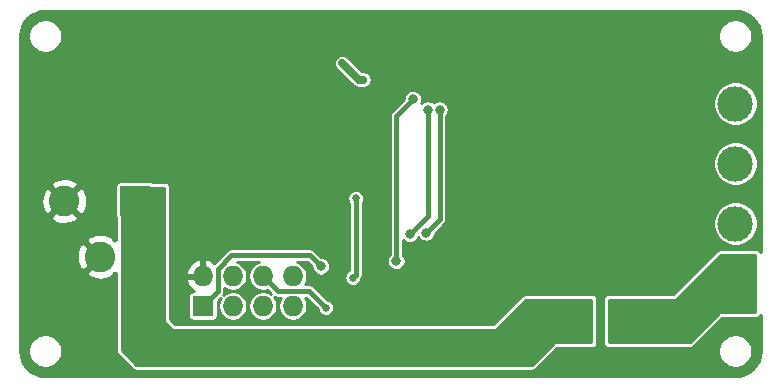
<source format=gbr>
%TF.GenerationSoftware,KiCad,Pcbnew,(5.1.6)-1*%
%TF.CreationDate,2020-10-21T10:45:23-05:00*%
%TF.ProjectId,esp-rgb-controller,6573702d-7267-4622-9d63-6f6e74726f6c,rev?*%
%TF.SameCoordinates,Original*%
%TF.FileFunction,Copper,L2,Bot*%
%TF.FilePolarity,Positive*%
%FSLAX46Y46*%
G04 Gerber Fmt 4.6, Leading zero omitted, Abs format (unit mm)*
G04 Created by KiCad (PCBNEW (5.1.6)-1) date 2020-10-21 10:45:23*
%MOMM*%
%LPD*%
G01*
G04 APERTURE LIST*
%TA.AperFunction,ComponentPad*%
%ADD10C,3.000000*%
%TD*%
%TA.AperFunction,ComponentPad*%
%ADD11R,3.000000X3.000000*%
%TD*%
%TA.AperFunction,ComponentPad*%
%ADD12R,2.600000X2.600000*%
%TD*%
%TA.AperFunction,ComponentPad*%
%ADD13C,2.600000*%
%TD*%
%TA.AperFunction,ComponentPad*%
%ADD14R,1.727200X1.727200*%
%TD*%
%TA.AperFunction,ComponentPad*%
%ADD15O,1.727200X1.727200*%
%TD*%
%TA.AperFunction,ViaPad*%
%ADD16C,0.650000*%
%TD*%
%TA.AperFunction,ViaPad*%
%ADD17C,0.800000*%
%TD*%
%TA.AperFunction,Conductor*%
%ADD18C,0.635000*%
%TD*%
%TA.AperFunction,Conductor*%
%ADD19C,0.381000*%
%TD*%
%TA.AperFunction,Conductor*%
%ADD20C,0.254000*%
%TD*%
G04 APERTURE END LIST*
D10*
%TO.P,J6,2*%
%TO.N,/G*%
X187325000Y-108585000D03*
%TO.P,J6,3*%
%TO.N,/R*%
X187325000Y-103505000D03*
D11*
%TO.P,J6,1*%
%TO.N,+12V*%
X187325000Y-113665000D03*
D10*
%TO.P,J6,4*%
%TO.N,/B*%
X187325000Y-98425000D03*
%TD*%
%TO.P,F1,1*%
%TO.N,Net-(F1-Pad1)*%
%TA.AperFunction,SMDPad,CuDef*%
G36*
G01*
X173695000Y-117465000D02*
X173695000Y-116215000D01*
G75*
G02*
X173945000Y-115965000I250000J0D01*
G01*
X174870000Y-115965000D01*
G75*
G02*
X175120000Y-116215000I0J-250000D01*
G01*
X175120000Y-117465000D01*
G75*
G02*
X174870000Y-117715000I-250000J0D01*
G01*
X173945000Y-117715000D01*
G75*
G02*
X173695000Y-117465000I0J250000D01*
G01*
G37*
%TD.AperFunction*%
%TO.P,F1,2*%
%TO.N,+12V*%
%TA.AperFunction,SMDPad,CuDef*%
G36*
G01*
X176670000Y-117465000D02*
X176670000Y-116215000D01*
G75*
G02*
X176920000Y-115965000I250000J0D01*
G01*
X177845000Y-115965000D01*
G75*
G02*
X178095000Y-116215000I0J-250000D01*
G01*
X178095000Y-117465000D01*
G75*
G02*
X177845000Y-117715000I-250000J0D01*
G01*
X176920000Y-117715000D01*
G75*
G02*
X176670000Y-117465000I0J250000D01*
G01*
G37*
%TD.AperFunction*%
%TD*%
D12*
%TO.P,J1,1*%
%TO.N,Net-(F1-Pad1)*%
X136525000Y-106680000D03*
D13*
%TO.P,J1,2*%
%TO.N,GND*%
X130525000Y-106680000D03*
%TO.P,J1,3*%
X133525000Y-111380000D03*
%TD*%
D14*
%TO.P,U3,1*%
%TO.N,ESP_TX*%
X142240000Y-115570000D03*
D15*
%TO.P,U3,2*%
%TO.N,GND*%
X142240000Y-113030000D03*
%TO.P,U3,3*%
%TO.N,+3V3*%
X144780000Y-115570000D03*
%TO.P,U3,4*%
%TO.N,Net-(U3-Pad4)*%
X144780000Y-113030000D03*
%TO.P,U3,5*%
%TO.N,~RST*%
X147320000Y-115570000D03*
%TO.P,U3,6*%
%TO.N,Net-(R6-Pad1)*%
X147320000Y-113030000D03*
%TO.P,U3,7*%
%TO.N,+3V3*%
X149860000Y-115570000D03*
%TO.P,U3,8*%
%TO.N,ESP_RX*%
X149860000Y-113030000D03*
%TD*%
D16*
%TO.N,GND*%
X163449000Y-101473000D03*
X164465000Y-100457000D03*
X163449000Y-99441000D03*
X163449000Y-100457000D03*
X163957000Y-105537000D03*
X163195000Y-106299000D03*
X166370000Y-103124000D03*
X167132000Y-102362000D03*
%TO.N,+3V3*%
X155829000Y-96393000D03*
X154051000Y-94996000D03*
D17*
%TO.N,MISO*%
X159766000Y-109474000D03*
X161290000Y-98933000D03*
%TO.N,SCK*%
X160020000Y-98044000D03*
X158623000Y-111760000D03*
%TO.N,MOSI*%
X162290003Y-98933000D03*
X161163000Y-109347000D03*
D16*
%TO.N,~RST*%
X155194000Y-106426000D03*
X154940000Y-113157000D03*
D17*
%TO.N,ESP_TX*%
X152236282Y-112202782D03*
D16*
%TO.N,Net-(R6-Pad1)*%
X152654000Y-115697000D03*
%TD*%
D18*
%TO.N,+3V3*%
X155829000Y-96393000D02*
X155448000Y-96393000D01*
X155448000Y-96393000D02*
X154051000Y-94996000D01*
D19*
%TO.N,MISO*%
X159766000Y-109474000D02*
X161290000Y-107950000D01*
X161290000Y-107950000D02*
X161290000Y-98933000D01*
%TO.N,SCK*%
X160020000Y-98044000D02*
X158623000Y-99441000D01*
X158623000Y-99441000D02*
X158623000Y-111760000D01*
%TO.N,MOSI*%
X162290003Y-98933000D02*
X162290003Y-108219997D01*
X162290003Y-108219997D02*
X161163000Y-109347000D01*
%TO.N,~RST*%
X155194000Y-106426000D02*
X155194000Y-112903000D01*
X155194000Y-112903000D02*
X154940000Y-113157000D01*
%TO.N,ESP_TX*%
X152236282Y-112202782D02*
X151285500Y-111252000D01*
X143494101Y-114315899D02*
X142240000Y-115570000D01*
X144670132Y-111252000D02*
X143494101Y-112428031D01*
X143494101Y-112428031D02*
X143494101Y-114315899D01*
X151285500Y-111252000D02*
X144670132Y-111252000D01*
%TO.N,Net-(R6-Pad1)*%
X148574101Y-114284101D02*
X147320000Y-113030000D01*
X151241101Y-114284101D02*
X148574101Y-114284101D01*
X152654000Y-115697000D02*
X151241101Y-114284101D01*
%TD*%
D20*
%TO.N,GND*%
G36*
X187739115Y-90618551D02*
G01*
X188137462Y-90738819D01*
X188504864Y-90934170D01*
X188827317Y-91197157D01*
X189092553Y-91517773D01*
X189290460Y-91883795D01*
X189413506Y-92281291D01*
X189459001Y-92714146D01*
X189459000Y-110992392D01*
X189454998Y-110979198D01*
X189419790Y-110913328D01*
X189372408Y-110855592D01*
X189314672Y-110808210D01*
X189248802Y-110773002D01*
X189177329Y-110751321D01*
X189103000Y-110744000D01*
X186055000Y-110744000D01*
X185980671Y-110751321D01*
X185909198Y-110773002D01*
X185843328Y-110808210D01*
X185785592Y-110855592D01*
X182087184Y-114554000D01*
X176530000Y-114554000D01*
X176455671Y-114561321D01*
X176384198Y-114583002D01*
X176318328Y-114618210D01*
X176260592Y-114665592D01*
X176213210Y-114723328D01*
X176178002Y-114789198D01*
X176156321Y-114860671D01*
X176149000Y-114935000D01*
X176149000Y-118745000D01*
X176156321Y-118819329D01*
X176178002Y-118890802D01*
X176213210Y-118956672D01*
X176260592Y-119014408D01*
X176318328Y-119061790D01*
X176384198Y-119096998D01*
X176455671Y-119118679D01*
X176530000Y-119126000D01*
X183515000Y-119126000D01*
X183589329Y-119118679D01*
X183660802Y-119096998D01*
X183726672Y-119061790D01*
X183784408Y-119014408D01*
X186212816Y-116586000D01*
X189103000Y-116586000D01*
X189177329Y-116578679D01*
X189248802Y-116556998D01*
X189314672Y-116521790D01*
X189372408Y-116474408D01*
X189419790Y-116416672D01*
X189454998Y-116350802D01*
X189459000Y-116337609D01*
X189459000Y-119360146D01*
X189416449Y-119794115D01*
X189296181Y-120192464D01*
X189100831Y-120559862D01*
X188837845Y-120882315D01*
X188517226Y-121147554D01*
X188151204Y-121345461D01*
X187753708Y-121468506D01*
X187320863Y-121514000D01*
X128924854Y-121514000D01*
X128490885Y-121471449D01*
X128092536Y-121351181D01*
X127725138Y-121155831D01*
X127402685Y-120892845D01*
X127137446Y-120572226D01*
X126939539Y-120206204D01*
X126816494Y-119808708D01*
X126771000Y-119375863D01*
X126771000Y-119239059D01*
X127474000Y-119239059D01*
X127474000Y-119520941D01*
X127528993Y-119797407D01*
X127636864Y-120057833D01*
X127793470Y-120292209D01*
X127992791Y-120491530D01*
X128227167Y-120648136D01*
X128487593Y-120756007D01*
X128764059Y-120811000D01*
X129045941Y-120811000D01*
X129322407Y-120756007D01*
X129582833Y-120648136D01*
X129817209Y-120491530D01*
X130016530Y-120292209D01*
X130173136Y-120057833D01*
X130281007Y-119797407D01*
X130336000Y-119520941D01*
X130336000Y-119239059D01*
X130281007Y-118962593D01*
X130173136Y-118702167D01*
X130016530Y-118467791D01*
X129817209Y-118268470D01*
X129582833Y-118111864D01*
X129322407Y-118003993D01*
X129045941Y-117949000D01*
X128764059Y-117949000D01*
X128487593Y-118003993D01*
X128227167Y-118111864D01*
X127992791Y-118268470D01*
X127793470Y-118467791D01*
X127636864Y-118702167D01*
X127528993Y-118962593D01*
X127474000Y-119239059D01*
X126771000Y-119239059D01*
X126771000Y-111430729D01*
X131581299Y-111430729D01*
X131628543Y-111808951D01*
X131748667Y-112170690D01*
X131880688Y-112417683D01*
X132175776Y-112549619D01*
X133345395Y-111380000D01*
X132175776Y-110210381D01*
X131880688Y-110342317D01*
X131709841Y-110683045D01*
X131608750Y-111050557D01*
X131581299Y-111430729D01*
X126771000Y-111430729D01*
X126771000Y-110030776D01*
X132355381Y-110030776D01*
X133525000Y-111200395D01*
X133539143Y-111186253D01*
X133718748Y-111365858D01*
X133704605Y-111380000D01*
X133718748Y-111394143D01*
X133539143Y-111573748D01*
X133525000Y-111559605D01*
X132355381Y-112729224D01*
X132487317Y-113024312D01*
X132828045Y-113195159D01*
X133195557Y-113296250D01*
X133575729Y-113323701D01*
X133953951Y-113276457D01*
X134315690Y-113156333D01*
X134562683Y-113024312D01*
X134694618Y-112729226D01*
X134809633Y-112844241D01*
X134874000Y-112779874D01*
X134874000Y-119380000D01*
X134881321Y-119454329D01*
X134903002Y-119525802D01*
X134938210Y-119591672D01*
X134985592Y-119649408D01*
X136255592Y-120919408D01*
X136313328Y-120966790D01*
X136379198Y-121001998D01*
X136450671Y-121023679D01*
X136525000Y-121031000D01*
X170180000Y-121031000D01*
X170254329Y-121023679D01*
X170325802Y-121001998D01*
X170391672Y-120966790D01*
X170449408Y-120919408D01*
X172129757Y-119239059D01*
X185894000Y-119239059D01*
X185894000Y-119520941D01*
X185948993Y-119797407D01*
X186056864Y-120057833D01*
X186213470Y-120292209D01*
X186412791Y-120491530D01*
X186647167Y-120648136D01*
X186907593Y-120756007D01*
X187184059Y-120811000D01*
X187465941Y-120811000D01*
X187742407Y-120756007D01*
X188002833Y-120648136D01*
X188237209Y-120491530D01*
X188436530Y-120292209D01*
X188593136Y-120057833D01*
X188701007Y-119797407D01*
X188756000Y-119520941D01*
X188756000Y-119239059D01*
X188701007Y-118962593D01*
X188593136Y-118702167D01*
X188436530Y-118467791D01*
X188237209Y-118268470D01*
X188002833Y-118111864D01*
X187742407Y-118003993D01*
X187465941Y-117949000D01*
X187184059Y-117949000D01*
X186907593Y-118003993D01*
X186647167Y-118111864D01*
X186412791Y-118268470D01*
X186213470Y-118467791D01*
X186056864Y-118702167D01*
X185948993Y-118962593D01*
X185894000Y-119239059D01*
X172129757Y-119239059D01*
X172242816Y-119126000D01*
X175260000Y-119126000D01*
X175334329Y-119118679D01*
X175405802Y-119096998D01*
X175471672Y-119061790D01*
X175529408Y-119014408D01*
X175576790Y-118956672D01*
X175611998Y-118890802D01*
X175633679Y-118819329D01*
X175641000Y-118745000D01*
X175641000Y-114935000D01*
X175633679Y-114860671D01*
X175611998Y-114789198D01*
X175576790Y-114723328D01*
X175529408Y-114665592D01*
X175471672Y-114618210D01*
X175405802Y-114583002D01*
X175334329Y-114561321D01*
X175260000Y-114554000D01*
X169545000Y-114554000D01*
X169470671Y-114561321D01*
X169399198Y-114583002D01*
X169333328Y-114618210D01*
X169275592Y-114665592D01*
X166847184Y-117094000D01*
X139857816Y-117094000D01*
X139446000Y-116682184D01*
X139446000Y-113389027D01*
X140785037Y-113389027D01*
X140883036Y-113665978D01*
X141033183Y-113918488D01*
X141229707Y-114136854D01*
X141465056Y-114312684D01*
X141487838Y-114323557D01*
X141376400Y-114323557D01*
X141301711Y-114330913D01*
X141229892Y-114352699D01*
X141163704Y-114388078D01*
X141105689Y-114435689D01*
X141058078Y-114493704D01*
X141022699Y-114559892D01*
X141000913Y-114631711D01*
X140993557Y-114706400D01*
X140993557Y-116433600D01*
X141000913Y-116508289D01*
X141022699Y-116580108D01*
X141058078Y-116646296D01*
X141105689Y-116704311D01*
X141163704Y-116751922D01*
X141229892Y-116787301D01*
X141301711Y-116809087D01*
X141376400Y-116816443D01*
X143103600Y-116816443D01*
X143178289Y-116809087D01*
X143250108Y-116787301D01*
X143316296Y-116751922D01*
X143374311Y-116704311D01*
X143421922Y-116646296D01*
X143457301Y-116580108D01*
X143479087Y-116508289D01*
X143486443Y-116433600D01*
X143486443Y-115131780D01*
X143756163Y-114862060D01*
X143677050Y-114980461D01*
X143583229Y-115206964D01*
X143535400Y-115447418D01*
X143535400Y-115692582D01*
X143583229Y-115933036D01*
X143677050Y-116159539D01*
X143813256Y-116363386D01*
X143986614Y-116536744D01*
X144190461Y-116672950D01*
X144416964Y-116766771D01*
X144657418Y-116814600D01*
X144902582Y-116814600D01*
X145143036Y-116766771D01*
X145369539Y-116672950D01*
X145573386Y-116536744D01*
X145746744Y-116363386D01*
X145882950Y-116159539D01*
X145976771Y-115933036D01*
X146024600Y-115692582D01*
X146024600Y-115447418D01*
X145976771Y-115206964D01*
X145882950Y-114980461D01*
X145746744Y-114776614D01*
X145573386Y-114603256D01*
X145369539Y-114467050D01*
X145143036Y-114373229D01*
X144902582Y-114325400D01*
X144657418Y-114325400D01*
X144416964Y-114373229D01*
X144190461Y-114467050D01*
X143989583Y-114601272D01*
X144024653Y-114535661D01*
X144057332Y-114427933D01*
X144065601Y-114343973D01*
X144068366Y-114315899D01*
X144065601Y-114287825D01*
X144065601Y-114049521D01*
X144190461Y-114132950D01*
X144416964Y-114226771D01*
X144657418Y-114274600D01*
X144902582Y-114274600D01*
X145143036Y-114226771D01*
X145369539Y-114132950D01*
X145573386Y-113996744D01*
X145746744Y-113823386D01*
X145882950Y-113619539D01*
X145976771Y-113393036D01*
X146024600Y-113152582D01*
X146024600Y-112907418D01*
X145976771Y-112666964D01*
X145882950Y-112440461D01*
X145746744Y-112236614D01*
X145573386Y-112063256D01*
X145369539Y-111927050D01*
X145143036Y-111833229D01*
X145094125Y-111823500D01*
X147005875Y-111823500D01*
X146956964Y-111833229D01*
X146730461Y-111927050D01*
X146526614Y-112063256D01*
X146353256Y-112236614D01*
X146217050Y-112440461D01*
X146123229Y-112666964D01*
X146075400Y-112907418D01*
X146075400Y-113152582D01*
X146123229Y-113393036D01*
X146217050Y-113619539D01*
X146353256Y-113823386D01*
X146526614Y-113996744D01*
X146730461Y-114132950D01*
X146956964Y-114226771D01*
X147197418Y-114274600D01*
X147442582Y-114274600D01*
X147683036Y-114226771D01*
X147701076Y-114219299D01*
X148027940Y-114546163D01*
X147909539Y-114467050D01*
X147683036Y-114373229D01*
X147442582Y-114325400D01*
X147197418Y-114325400D01*
X146956964Y-114373229D01*
X146730461Y-114467050D01*
X146526614Y-114603256D01*
X146353256Y-114776614D01*
X146217050Y-114980461D01*
X146123229Y-115206964D01*
X146075400Y-115447418D01*
X146075400Y-115692582D01*
X146123229Y-115933036D01*
X146217050Y-116159539D01*
X146353256Y-116363386D01*
X146526614Y-116536744D01*
X146730461Y-116672950D01*
X146956964Y-116766771D01*
X147197418Y-116814600D01*
X147442582Y-116814600D01*
X147683036Y-116766771D01*
X147909539Y-116672950D01*
X148113386Y-116536744D01*
X148286744Y-116363386D01*
X148422950Y-116159539D01*
X148516771Y-115933036D01*
X148564600Y-115692582D01*
X148564600Y-115447418D01*
X148516771Y-115206964D01*
X148422950Y-114980461D01*
X148288728Y-114779583D01*
X148354339Y-114814653D01*
X148462067Y-114847332D01*
X148574101Y-114858366D01*
X148602175Y-114855601D01*
X148840479Y-114855601D01*
X148757050Y-114980461D01*
X148663229Y-115206964D01*
X148615400Y-115447418D01*
X148615400Y-115692582D01*
X148663229Y-115933036D01*
X148757050Y-116159539D01*
X148893256Y-116363386D01*
X149066614Y-116536744D01*
X149270461Y-116672950D01*
X149496964Y-116766771D01*
X149737418Y-116814600D01*
X149982582Y-116814600D01*
X150223036Y-116766771D01*
X150449539Y-116672950D01*
X150653386Y-116536744D01*
X150826744Y-116363386D01*
X150962950Y-116159539D01*
X151056771Y-115933036D01*
X151104600Y-115692582D01*
X151104600Y-115447418D01*
X151056771Y-115206964D01*
X150962950Y-114980461D01*
X150879521Y-114855601D01*
X151004379Y-114855601D01*
X151956116Y-115807339D01*
X151975131Y-115902933D01*
X152028351Y-116031416D01*
X152105614Y-116147049D01*
X152203951Y-116245386D01*
X152319584Y-116322649D01*
X152448067Y-116375869D01*
X152584465Y-116403000D01*
X152723535Y-116403000D01*
X152859933Y-116375869D01*
X152988416Y-116322649D01*
X153104049Y-116245386D01*
X153202386Y-116147049D01*
X153279649Y-116031416D01*
X153332869Y-115902933D01*
X153360000Y-115766535D01*
X153360000Y-115627465D01*
X153332869Y-115491067D01*
X153279649Y-115362584D01*
X153202386Y-115246951D01*
X153104049Y-115148614D01*
X152988416Y-115071351D01*
X152859933Y-115018131D01*
X152764339Y-114999116D01*
X151665071Y-113899849D01*
X151647168Y-113878034D01*
X151560146Y-113806617D01*
X151460863Y-113753549D01*
X151353135Y-113720870D01*
X151269175Y-113712601D01*
X151241101Y-113709836D01*
X151213027Y-113712601D01*
X150900768Y-113712601D01*
X150962950Y-113619539D01*
X151056771Y-113393036D01*
X151104600Y-113152582D01*
X151104600Y-113087465D01*
X154234000Y-113087465D01*
X154234000Y-113226535D01*
X154261131Y-113362933D01*
X154314351Y-113491416D01*
X154391614Y-113607049D01*
X154489951Y-113705386D01*
X154605584Y-113782649D01*
X154734067Y-113835869D01*
X154870465Y-113863000D01*
X155009535Y-113863000D01*
X155145933Y-113835869D01*
X155274416Y-113782649D01*
X155390049Y-113705386D01*
X155488386Y-113607049D01*
X155565649Y-113491416D01*
X155618869Y-113362933D01*
X155639026Y-113261595D01*
X155671484Y-113222045D01*
X155724552Y-113122762D01*
X155757231Y-113015034D01*
X155765500Y-112931074D01*
X155765500Y-112931073D01*
X155768265Y-112903001D01*
X155765500Y-112874929D01*
X155765500Y-111683078D01*
X157842000Y-111683078D01*
X157842000Y-111836922D01*
X157872013Y-111987809D01*
X157930887Y-112129942D01*
X158016358Y-112257859D01*
X158125141Y-112366642D01*
X158253058Y-112452113D01*
X158395191Y-112510987D01*
X158546078Y-112541000D01*
X158699922Y-112541000D01*
X158850809Y-112510987D01*
X158992942Y-112452113D01*
X159120859Y-112366642D01*
X159229642Y-112257859D01*
X159315113Y-112129942D01*
X159373987Y-111987809D01*
X159404000Y-111836922D01*
X159404000Y-111683078D01*
X159373987Y-111532191D01*
X159315113Y-111390058D01*
X159229642Y-111262141D01*
X159194500Y-111226999D01*
X159194500Y-110007001D01*
X159268141Y-110080642D01*
X159396058Y-110166113D01*
X159538191Y-110224987D01*
X159689078Y-110255000D01*
X159842922Y-110255000D01*
X159993809Y-110224987D01*
X160135942Y-110166113D01*
X160263859Y-110080642D01*
X160372642Y-109971859D01*
X160458113Y-109843942D01*
X160495476Y-109753742D01*
X160556358Y-109844859D01*
X160665141Y-109953642D01*
X160793058Y-110039113D01*
X160935191Y-110097987D01*
X161086078Y-110128000D01*
X161239922Y-110128000D01*
X161390809Y-110097987D01*
X161532942Y-110039113D01*
X161660859Y-109953642D01*
X161769642Y-109844859D01*
X161855113Y-109716942D01*
X161913987Y-109574809D01*
X161944000Y-109423922D01*
X161944000Y-109374222D01*
X162674260Y-108643963D01*
X162696070Y-108626064D01*
X162767487Y-108539042D01*
X162820555Y-108439759D01*
X162832695Y-108399738D01*
X185444000Y-108399738D01*
X185444000Y-108770262D01*
X185516286Y-109133667D01*
X185658080Y-109475987D01*
X185863932Y-109784067D01*
X186125933Y-110046068D01*
X186434013Y-110251920D01*
X186776333Y-110393714D01*
X187139738Y-110466000D01*
X187510262Y-110466000D01*
X187873667Y-110393714D01*
X188215987Y-110251920D01*
X188524067Y-110046068D01*
X188786068Y-109784067D01*
X188991920Y-109475987D01*
X189133714Y-109133667D01*
X189206000Y-108770262D01*
X189206000Y-108399738D01*
X189133714Y-108036333D01*
X188991920Y-107694013D01*
X188786068Y-107385933D01*
X188524067Y-107123932D01*
X188215987Y-106918080D01*
X187873667Y-106776286D01*
X187510262Y-106704000D01*
X187139738Y-106704000D01*
X186776333Y-106776286D01*
X186434013Y-106918080D01*
X186125933Y-107123932D01*
X185863932Y-107385933D01*
X185658080Y-107694013D01*
X185516286Y-108036333D01*
X185444000Y-108399738D01*
X162832695Y-108399738D01*
X162853234Y-108332031D01*
X162861503Y-108248071D01*
X162864268Y-108219997D01*
X162861503Y-108191923D01*
X162861503Y-103319738D01*
X185444000Y-103319738D01*
X185444000Y-103690262D01*
X185516286Y-104053667D01*
X185658080Y-104395987D01*
X185863932Y-104704067D01*
X186125933Y-104966068D01*
X186434013Y-105171920D01*
X186776333Y-105313714D01*
X187139738Y-105386000D01*
X187510262Y-105386000D01*
X187873667Y-105313714D01*
X188215987Y-105171920D01*
X188524067Y-104966068D01*
X188786068Y-104704067D01*
X188991920Y-104395987D01*
X189133714Y-104053667D01*
X189206000Y-103690262D01*
X189206000Y-103319738D01*
X189133714Y-102956333D01*
X188991920Y-102614013D01*
X188786068Y-102305933D01*
X188524067Y-102043932D01*
X188215987Y-101838080D01*
X187873667Y-101696286D01*
X187510262Y-101624000D01*
X187139738Y-101624000D01*
X186776333Y-101696286D01*
X186434013Y-101838080D01*
X186125933Y-102043932D01*
X185863932Y-102305933D01*
X185658080Y-102614013D01*
X185516286Y-102956333D01*
X185444000Y-103319738D01*
X162861503Y-103319738D01*
X162861503Y-99466001D01*
X162896645Y-99430859D01*
X162982116Y-99302942D01*
X163040990Y-99160809D01*
X163071003Y-99009922D01*
X163071003Y-98856078D01*
X163040990Y-98705191D01*
X162982116Y-98563058D01*
X162896645Y-98435141D01*
X162787862Y-98326358D01*
X162659945Y-98240887D01*
X162657172Y-98239738D01*
X185444000Y-98239738D01*
X185444000Y-98610262D01*
X185516286Y-98973667D01*
X185658080Y-99315987D01*
X185863932Y-99624067D01*
X186125933Y-99886068D01*
X186434013Y-100091920D01*
X186776333Y-100233714D01*
X187139738Y-100306000D01*
X187510262Y-100306000D01*
X187873667Y-100233714D01*
X188215987Y-100091920D01*
X188524067Y-99886068D01*
X188786068Y-99624067D01*
X188991920Y-99315987D01*
X189133714Y-98973667D01*
X189206000Y-98610262D01*
X189206000Y-98239738D01*
X189133714Y-97876333D01*
X188991920Y-97534013D01*
X188786068Y-97225933D01*
X188524067Y-96963932D01*
X188215987Y-96758080D01*
X187873667Y-96616286D01*
X187510262Y-96544000D01*
X187139738Y-96544000D01*
X186776333Y-96616286D01*
X186434013Y-96758080D01*
X186125933Y-96963932D01*
X185863932Y-97225933D01*
X185658080Y-97534013D01*
X185516286Y-97876333D01*
X185444000Y-98239738D01*
X162657172Y-98239738D01*
X162517812Y-98182013D01*
X162366925Y-98152000D01*
X162213081Y-98152000D01*
X162062194Y-98182013D01*
X161920061Y-98240887D01*
X161792144Y-98326358D01*
X161790002Y-98328501D01*
X161787859Y-98326358D01*
X161659942Y-98240887D01*
X161517809Y-98182013D01*
X161366922Y-98152000D01*
X161213078Y-98152000D01*
X161062191Y-98182013D01*
X160920058Y-98240887D01*
X160792141Y-98326358D01*
X160717456Y-98401043D01*
X160770987Y-98271809D01*
X160801000Y-98120922D01*
X160801000Y-97967078D01*
X160770987Y-97816191D01*
X160712113Y-97674058D01*
X160626642Y-97546141D01*
X160517859Y-97437358D01*
X160389942Y-97351887D01*
X160247809Y-97293013D01*
X160096922Y-97263000D01*
X159943078Y-97263000D01*
X159792191Y-97293013D01*
X159650058Y-97351887D01*
X159522141Y-97437358D01*
X159413358Y-97546141D01*
X159327887Y-97674058D01*
X159269013Y-97816191D01*
X159239000Y-97967078D01*
X159239000Y-98016777D01*
X158238748Y-99017030D01*
X158216933Y-99034933D01*
X158145517Y-99121955D01*
X158145516Y-99121956D01*
X158092448Y-99221239D01*
X158059769Y-99328967D01*
X158048735Y-99441000D01*
X158051500Y-99469074D01*
X158051501Y-111226998D01*
X158016358Y-111262141D01*
X157930887Y-111390058D01*
X157872013Y-111532191D01*
X157842000Y-111683078D01*
X155765500Y-111683078D01*
X155765500Y-106841456D01*
X155819649Y-106760416D01*
X155872869Y-106631933D01*
X155900000Y-106495535D01*
X155900000Y-106356465D01*
X155872869Y-106220067D01*
X155819649Y-106091584D01*
X155742386Y-105975951D01*
X155644049Y-105877614D01*
X155528416Y-105800351D01*
X155399933Y-105747131D01*
X155263535Y-105720000D01*
X155124465Y-105720000D01*
X154988067Y-105747131D01*
X154859584Y-105800351D01*
X154743951Y-105877614D01*
X154645614Y-105975951D01*
X154568351Y-106091584D01*
X154515131Y-106220067D01*
X154488000Y-106356465D01*
X154488000Y-106495535D01*
X154515131Y-106631933D01*
X154568351Y-106760416D01*
X154622500Y-106841456D01*
X154622501Y-112524344D01*
X154605584Y-112531351D01*
X154489951Y-112608614D01*
X154391614Y-112706951D01*
X154314351Y-112822584D01*
X154261131Y-112951067D01*
X154234000Y-113087465D01*
X151104600Y-113087465D01*
X151104600Y-112907418D01*
X151056771Y-112666964D01*
X150962950Y-112440461D01*
X150826744Y-112236614D01*
X150653386Y-112063256D01*
X150449539Y-111927050D01*
X150223036Y-111833229D01*
X150174125Y-111823500D01*
X151048778Y-111823500D01*
X151455282Y-112230005D01*
X151455282Y-112279704D01*
X151485295Y-112430591D01*
X151544169Y-112572724D01*
X151629640Y-112700641D01*
X151738423Y-112809424D01*
X151866340Y-112894895D01*
X152008473Y-112953769D01*
X152159360Y-112983782D01*
X152313204Y-112983782D01*
X152464091Y-112953769D01*
X152606224Y-112894895D01*
X152734141Y-112809424D01*
X152842924Y-112700641D01*
X152928395Y-112572724D01*
X152987269Y-112430591D01*
X153017282Y-112279704D01*
X153017282Y-112125860D01*
X152987269Y-111974973D01*
X152928395Y-111832840D01*
X152842924Y-111704923D01*
X152734141Y-111596140D01*
X152606224Y-111510669D01*
X152464091Y-111451795D01*
X152313204Y-111421782D01*
X152263505Y-111421782D01*
X151709470Y-110867748D01*
X151691567Y-110845933D01*
X151604545Y-110774516D01*
X151505262Y-110721448D01*
X151397534Y-110688769D01*
X151313574Y-110680500D01*
X151285500Y-110677735D01*
X151257426Y-110680500D01*
X144698206Y-110680500D01*
X144670132Y-110677735D01*
X144642058Y-110680500D01*
X144558098Y-110688769D01*
X144450370Y-110721448D01*
X144351087Y-110774516D01*
X144264065Y-110845933D01*
X144246166Y-110867743D01*
X143216220Y-111897690D01*
X143014944Y-111747316D01*
X142749814Y-111620778D01*
X142599026Y-111575042D01*
X142367000Y-111696183D01*
X142367000Y-112903000D01*
X142387000Y-112903000D01*
X142387000Y-113157000D01*
X142367000Y-113157000D01*
X142367000Y-113177000D01*
X142113000Y-113177000D01*
X142113000Y-113157000D01*
X140905536Y-113157000D01*
X140785037Y-113389027D01*
X139446000Y-113389027D01*
X139446000Y-112670973D01*
X140785037Y-112670973D01*
X140905536Y-112903000D01*
X142113000Y-112903000D01*
X142113000Y-111696183D01*
X141880974Y-111575042D01*
X141730186Y-111620778D01*
X141465056Y-111747316D01*
X141229707Y-111923146D01*
X141033183Y-112141512D01*
X140883036Y-112394022D01*
X140785037Y-112670973D01*
X139446000Y-112670973D01*
X139446000Y-105410000D01*
X139438679Y-105335671D01*
X139416998Y-105264198D01*
X139381790Y-105198328D01*
X139334408Y-105140592D01*
X139276672Y-105093210D01*
X139210802Y-105058002D01*
X139139329Y-105036321D01*
X139065000Y-105029000D01*
X137976561Y-105029000D01*
X137971508Y-105026299D01*
X137899689Y-105004513D01*
X137825000Y-104997157D01*
X135225000Y-104997157D01*
X135150311Y-105004513D01*
X135078492Y-105026299D01*
X135012304Y-105061678D01*
X134954289Y-105109289D01*
X134906678Y-105167304D01*
X134871299Y-105233492D01*
X134849513Y-105305311D01*
X134842157Y-105380000D01*
X134842157Y-107980000D01*
X134849513Y-108054689D01*
X134871299Y-108126508D01*
X134874000Y-108131561D01*
X134874000Y-109980126D01*
X134809633Y-109915759D01*
X134694618Y-110030774D01*
X134562683Y-109735688D01*
X134221955Y-109564841D01*
X133854443Y-109463750D01*
X133474271Y-109436299D01*
X133096049Y-109483543D01*
X132734310Y-109603667D01*
X132487317Y-109735688D01*
X132355381Y-110030776D01*
X126771000Y-110030776D01*
X126771000Y-108029224D01*
X129355381Y-108029224D01*
X129487317Y-108324312D01*
X129828045Y-108495159D01*
X130195557Y-108596250D01*
X130575729Y-108623701D01*
X130953951Y-108576457D01*
X131315690Y-108456333D01*
X131562683Y-108324312D01*
X131694619Y-108029224D01*
X130525000Y-106859605D01*
X129355381Y-108029224D01*
X126771000Y-108029224D01*
X126771000Y-106730729D01*
X128581299Y-106730729D01*
X128628543Y-107108951D01*
X128748667Y-107470690D01*
X128880688Y-107717683D01*
X129175776Y-107849619D01*
X130345395Y-106680000D01*
X130704605Y-106680000D01*
X131874224Y-107849619D01*
X132169312Y-107717683D01*
X132340159Y-107376955D01*
X132441250Y-107009443D01*
X132468701Y-106629271D01*
X132421457Y-106251049D01*
X132301333Y-105889310D01*
X132169312Y-105642317D01*
X131874224Y-105510381D01*
X130704605Y-106680000D01*
X130345395Y-106680000D01*
X129175776Y-105510381D01*
X128880688Y-105642317D01*
X128709841Y-105983045D01*
X128608750Y-106350557D01*
X128581299Y-106730729D01*
X126771000Y-106730729D01*
X126771000Y-105330776D01*
X129355381Y-105330776D01*
X130525000Y-106500395D01*
X131694619Y-105330776D01*
X131562683Y-105035688D01*
X131221955Y-104864841D01*
X130854443Y-104763750D01*
X130474271Y-104736299D01*
X130096049Y-104783543D01*
X129734310Y-104903667D01*
X129487317Y-105035688D01*
X129355381Y-105330776D01*
X126771000Y-105330776D01*
X126771000Y-94926465D01*
X153345000Y-94926465D01*
X153345000Y-95065535D01*
X153372131Y-95201933D01*
X153425351Y-95330416D01*
X153502614Y-95446049D01*
X153600951Y-95544386D01*
X153632919Y-95565746D01*
X154929829Y-96862657D01*
X154951697Y-96889303D01*
X154978343Y-96911171D01*
X154978345Y-96911173D01*
X155058056Y-96976591D01*
X155179401Y-97041451D01*
X155179403Y-97041452D01*
X155311070Y-97081393D01*
X155413691Y-97091500D01*
X155413701Y-97091500D01*
X155447999Y-97094878D01*
X155482297Y-97091500D01*
X155721760Y-97091500D01*
X155759465Y-97099000D01*
X155898535Y-97099000D01*
X156034933Y-97071869D01*
X156163416Y-97018649D01*
X156279049Y-96941386D01*
X156377386Y-96843049D01*
X156454649Y-96727416D01*
X156507869Y-96598933D01*
X156535000Y-96462535D01*
X156535000Y-96323465D01*
X156507869Y-96187067D01*
X156454649Y-96058584D01*
X156377386Y-95942951D01*
X156279049Y-95844614D01*
X156163416Y-95767351D01*
X156034933Y-95714131D01*
X155898535Y-95687000D01*
X155759465Y-95687000D01*
X155734745Y-95691917D01*
X154620746Y-94577919D01*
X154599386Y-94545951D01*
X154501049Y-94447614D01*
X154385416Y-94370351D01*
X154256933Y-94317131D01*
X154120535Y-94290000D01*
X153981465Y-94290000D01*
X153845067Y-94317131D01*
X153716584Y-94370351D01*
X153600951Y-94447614D01*
X153502614Y-94545951D01*
X153425351Y-94661584D01*
X153372131Y-94790067D01*
X153345000Y-94926465D01*
X126771000Y-94926465D01*
X126771000Y-92729854D01*
X126786766Y-92569059D01*
X127474000Y-92569059D01*
X127474000Y-92850941D01*
X127528993Y-93127407D01*
X127636864Y-93387833D01*
X127793470Y-93622209D01*
X127992791Y-93821530D01*
X128227167Y-93978136D01*
X128487593Y-94086007D01*
X128764059Y-94141000D01*
X129045941Y-94141000D01*
X129322407Y-94086007D01*
X129582833Y-93978136D01*
X129817209Y-93821530D01*
X130016530Y-93622209D01*
X130173136Y-93387833D01*
X130281007Y-93127407D01*
X130336000Y-92850941D01*
X130336000Y-92569059D01*
X185894000Y-92569059D01*
X185894000Y-92850941D01*
X185948993Y-93127407D01*
X186056864Y-93387833D01*
X186213470Y-93622209D01*
X186412791Y-93821530D01*
X186647167Y-93978136D01*
X186907593Y-94086007D01*
X187184059Y-94141000D01*
X187465941Y-94141000D01*
X187742407Y-94086007D01*
X188002833Y-93978136D01*
X188237209Y-93821530D01*
X188436530Y-93622209D01*
X188593136Y-93387833D01*
X188701007Y-93127407D01*
X188756000Y-92850941D01*
X188756000Y-92569059D01*
X188701007Y-92292593D01*
X188593136Y-92032167D01*
X188436530Y-91797791D01*
X188237209Y-91598470D01*
X188002833Y-91441864D01*
X187742407Y-91333993D01*
X187465941Y-91279000D01*
X187184059Y-91279000D01*
X186907593Y-91333993D01*
X186647167Y-91441864D01*
X186412791Y-91598470D01*
X186213470Y-91797791D01*
X186056864Y-92032167D01*
X185948993Y-92292593D01*
X185894000Y-92569059D01*
X130336000Y-92569059D01*
X130281007Y-92292593D01*
X130173136Y-92032167D01*
X130016530Y-91797791D01*
X129817209Y-91598470D01*
X129582833Y-91441864D01*
X129322407Y-91333993D01*
X129045941Y-91279000D01*
X128764059Y-91279000D01*
X128487593Y-91333993D01*
X128227167Y-91441864D01*
X127992791Y-91598470D01*
X127793470Y-91797791D01*
X127636864Y-92032167D01*
X127528993Y-92292593D01*
X127474000Y-92569059D01*
X126786766Y-92569059D01*
X126813551Y-92295885D01*
X126933819Y-91897538D01*
X127129170Y-91530136D01*
X127392157Y-91207683D01*
X127712773Y-90942447D01*
X128078795Y-90744540D01*
X128476291Y-90621494D01*
X128909137Y-90576000D01*
X187305146Y-90576000D01*
X187739115Y-90618551D01*
G37*
X187739115Y-90618551D02*
X188137462Y-90738819D01*
X188504864Y-90934170D01*
X188827317Y-91197157D01*
X189092553Y-91517773D01*
X189290460Y-91883795D01*
X189413506Y-92281291D01*
X189459001Y-92714146D01*
X189459000Y-110992392D01*
X189454998Y-110979198D01*
X189419790Y-110913328D01*
X189372408Y-110855592D01*
X189314672Y-110808210D01*
X189248802Y-110773002D01*
X189177329Y-110751321D01*
X189103000Y-110744000D01*
X186055000Y-110744000D01*
X185980671Y-110751321D01*
X185909198Y-110773002D01*
X185843328Y-110808210D01*
X185785592Y-110855592D01*
X182087184Y-114554000D01*
X176530000Y-114554000D01*
X176455671Y-114561321D01*
X176384198Y-114583002D01*
X176318328Y-114618210D01*
X176260592Y-114665592D01*
X176213210Y-114723328D01*
X176178002Y-114789198D01*
X176156321Y-114860671D01*
X176149000Y-114935000D01*
X176149000Y-118745000D01*
X176156321Y-118819329D01*
X176178002Y-118890802D01*
X176213210Y-118956672D01*
X176260592Y-119014408D01*
X176318328Y-119061790D01*
X176384198Y-119096998D01*
X176455671Y-119118679D01*
X176530000Y-119126000D01*
X183515000Y-119126000D01*
X183589329Y-119118679D01*
X183660802Y-119096998D01*
X183726672Y-119061790D01*
X183784408Y-119014408D01*
X186212816Y-116586000D01*
X189103000Y-116586000D01*
X189177329Y-116578679D01*
X189248802Y-116556998D01*
X189314672Y-116521790D01*
X189372408Y-116474408D01*
X189419790Y-116416672D01*
X189454998Y-116350802D01*
X189459000Y-116337609D01*
X189459000Y-119360146D01*
X189416449Y-119794115D01*
X189296181Y-120192464D01*
X189100831Y-120559862D01*
X188837845Y-120882315D01*
X188517226Y-121147554D01*
X188151204Y-121345461D01*
X187753708Y-121468506D01*
X187320863Y-121514000D01*
X128924854Y-121514000D01*
X128490885Y-121471449D01*
X128092536Y-121351181D01*
X127725138Y-121155831D01*
X127402685Y-120892845D01*
X127137446Y-120572226D01*
X126939539Y-120206204D01*
X126816494Y-119808708D01*
X126771000Y-119375863D01*
X126771000Y-119239059D01*
X127474000Y-119239059D01*
X127474000Y-119520941D01*
X127528993Y-119797407D01*
X127636864Y-120057833D01*
X127793470Y-120292209D01*
X127992791Y-120491530D01*
X128227167Y-120648136D01*
X128487593Y-120756007D01*
X128764059Y-120811000D01*
X129045941Y-120811000D01*
X129322407Y-120756007D01*
X129582833Y-120648136D01*
X129817209Y-120491530D01*
X130016530Y-120292209D01*
X130173136Y-120057833D01*
X130281007Y-119797407D01*
X130336000Y-119520941D01*
X130336000Y-119239059D01*
X130281007Y-118962593D01*
X130173136Y-118702167D01*
X130016530Y-118467791D01*
X129817209Y-118268470D01*
X129582833Y-118111864D01*
X129322407Y-118003993D01*
X129045941Y-117949000D01*
X128764059Y-117949000D01*
X128487593Y-118003993D01*
X128227167Y-118111864D01*
X127992791Y-118268470D01*
X127793470Y-118467791D01*
X127636864Y-118702167D01*
X127528993Y-118962593D01*
X127474000Y-119239059D01*
X126771000Y-119239059D01*
X126771000Y-111430729D01*
X131581299Y-111430729D01*
X131628543Y-111808951D01*
X131748667Y-112170690D01*
X131880688Y-112417683D01*
X132175776Y-112549619D01*
X133345395Y-111380000D01*
X132175776Y-110210381D01*
X131880688Y-110342317D01*
X131709841Y-110683045D01*
X131608750Y-111050557D01*
X131581299Y-111430729D01*
X126771000Y-111430729D01*
X126771000Y-110030776D01*
X132355381Y-110030776D01*
X133525000Y-111200395D01*
X133539143Y-111186253D01*
X133718748Y-111365858D01*
X133704605Y-111380000D01*
X133718748Y-111394143D01*
X133539143Y-111573748D01*
X133525000Y-111559605D01*
X132355381Y-112729224D01*
X132487317Y-113024312D01*
X132828045Y-113195159D01*
X133195557Y-113296250D01*
X133575729Y-113323701D01*
X133953951Y-113276457D01*
X134315690Y-113156333D01*
X134562683Y-113024312D01*
X134694618Y-112729226D01*
X134809633Y-112844241D01*
X134874000Y-112779874D01*
X134874000Y-119380000D01*
X134881321Y-119454329D01*
X134903002Y-119525802D01*
X134938210Y-119591672D01*
X134985592Y-119649408D01*
X136255592Y-120919408D01*
X136313328Y-120966790D01*
X136379198Y-121001998D01*
X136450671Y-121023679D01*
X136525000Y-121031000D01*
X170180000Y-121031000D01*
X170254329Y-121023679D01*
X170325802Y-121001998D01*
X170391672Y-120966790D01*
X170449408Y-120919408D01*
X172129757Y-119239059D01*
X185894000Y-119239059D01*
X185894000Y-119520941D01*
X185948993Y-119797407D01*
X186056864Y-120057833D01*
X186213470Y-120292209D01*
X186412791Y-120491530D01*
X186647167Y-120648136D01*
X186907593Y-120756007D01*
X187184059Y-120811000D01*
X187465941Y-120811000D01*
X187742407Y-120756007D01*
X188002833Y-120648136D01*
X188237209Y-120491530D01*
X188436530Y-120292209D01*
X188593136Y-120057833D01*
X188701007Y-119797407D01*
X188756000Y-119520941D01*
X188756000Y-119239059D01*
X188701007Y-118962593D01*
X188593136Y-118702167D01*
X188436530Y-118467791D01*
X188237209Y-118268470D01*
X188002833Y-118111864D01*
X187742407Y-118003993D01*
X187465941Y-117949000D01*
X187184059Y-117949000D01*
X186907593Y-118003993D01*
X186647167Y-118111864D01*
X186412791Y-118268470D01*
X186213470Y-118467791D01*
X186056864Y-118702167D01*
X185948993Y-118962593D01*
X185894000Y-119239059D01*
X172129757Y-119239059D01*
X172242816Y-119126000D01*
X175260000Y-119126000D01*
X175334329Y-119118679D01*
X175405802Y-119096998D01*
X175471672Y-119061790D01*
X175529408Y-119014408D01*
X175576790Y-118956672D01*
X175611998Y-118890802D01*
X175633679Y-118819329D01*
X175641000Y-118745000D01*
X175641000Y-114935000D01*
X175633679Y-114860671D01*
X175611998Y-114789198D01*
X175576790Y-114723328D01*
X175529408Y-114665592D01*
X175471672Y-114618210D01*
X175405802Y-114583002D01*
X175334329Y-114561321D01*
X175260000Y-114554000D01*
X169545000Y-114554000D01*
X169470671Y-114561321D01*
X169399198Y-114583002D01*
X169333328Y-114618210D01*
X169275592Y-114665592D01*
X166847184Y-117094000D01*
X139857816Y-117094000D01*
X139446000Y-116682184D01*
X139446000Y-113389027D01*
X140785037Y-113389027D01*
X140883036Y-113665978D01*
X141033183Y-113918488D01*
X141229707Y-114136854D01*
X141465056Y-114312684D01*
X141487838Y-114323557D01*
X141376400Y-114323557D01*
X141301711Y-114330913D01*
X141229892Y-114352699D01*
X141163704Y-114388078D01*
X141105689Y-114435689D01*
X141058078Y-114493704D01*
X141022699Y-114559892D01*
X141000913Y-114631711D01*
X140993557Y-114706400D01*
X140993557Y-116433600D01*
X141000913Y-116508289D01*
X141022699Y-116580108D01*
X141058078Y-116646296D01*
X141105689Y-116704311D01*
X141163704Y-116751922D01*
X141229892Y-116787301D01*
X141301711Y-116809087D01*
X141376400Y-116816443D01*
X143103600Y-116816443D01*
X143178289Y-116809087D01*
X143250108Y-116787301D01*
X143316296Y-116751922D01*
X143374311Y-116704311D01*
X143421922Y-116646296D01*
X143457301Y-116580108D01*
X143479087Y-116508289D01*
X143486443Y-116433600D01*
X143486443Y-115131780D01*
X143756163Y-114862060D01*
X143677050Y-114980461D01*
X143583229Y-115206964D01*
X143535400Y-115447418D01*
X143535400Y-115692582D01*
X143583229Y-115933036D01*
X143677050Y-116159539D01*
X143813256Y-116363386D01*
X143986614Y-116536744D01*
X144190461Y-116672950D01*
X144416964Y-116766771D01*
X144657418Y-116814600D01*
X144902582Y-116814600D01*
X145143036Y-116766771D01*
X145369539Y-116672950D01*
X145573386Y-116536744D01*
X145746744Y-116363386D01*
X145882950Y-116159539D01*
X145976771Y-115933036D01*
X146024600Y-115692582D01*
X146024600Y-115447418D01*
X145976771Y-115206964D01*
X145882950Y-114980461D01*
X145746744Y-114776614D01*
X145573386Y-114603256D01*
X145369539Y-114467050D01*
X145143036Y-114373229D01*
X144902582Y-114325400D01*
X144657418Y-114325400D01*
X144416964Y-114373229D01*
X144190461Y-114467050D01*
X143989583Y-114601272D01*
X144024653Y-114535661D01*
X144057332Y-114427933D01*
X144065601Y-114343973D01*
X144068366Y-114315899D01*
X144065601Y-114287825D01*
X144065601Y-114049521D01*
X144190461Y-114132950D01*
X144416964Y-114226771D01*
X144657418Y-114274600D01*
X144902582Y-114274600D01*
X145143036Y-114226771D01*
X145369539Y-114132950D01*
X145573386Y-113996744D01*
X145746744Y-113823386D01*
X145882950Y-113619539D01*
X145976771Y-113393036D01*
X146024600Y-113152582D01*
X146024600Y-112907418D01*
X145976771Y-112666964D01*
X145882950Y-112440461D01*
X145746744Y-112236614D01*
X145573386Y-112063256D01*
X145369539Y-111927050D01*
X145143036Y-111833229D01*
X145094125Y-111823500D01*
X147005875Y-111823500D01*
X146956964Y-111833229D01*
X146730461Y-111927050D01*
X146526614Y-112063256D01*
X146353256Y-112236614D01*
X146217050Y-112440461D01*
X146123229Y-112666964D01*
X146075400Y-112907418D01*
X146075400Y-113152582D01*
X146123229Y-113393036D01*
X146217050Y-113619539D01*
X146353256Y-113823386D01*
X146526614Y-113996744D01*
X146730461Y-114132950D01*
X146956964Y-114226771D01*
X147197418Y-114274600D01*
X147442582Y-114274600D01*
X147683036Y-114226771D01*
X147701076Y-114219299D01*
X148027940Y-114546163D01*
X147909539Y-114467050D01*
X147683036Y-114373229D01*
X147442582Y-114325400D01*
X147197418Y-114325400D01*
X146956964Y-114373229D01*
X146730461Y-114467050D01*
X146526614Y-114603256D01*
X146353256Y-114776614D01*
X146217050Y-114980461D01*
X146123229Y-115206964D01*
X146075400Y-115447418D01*
X146075400Y-115692582D01*
X146123229Y-115933036D01*
X146217050Y-116159539D01*
X146353256Y-116363386D01*
X146526614Y-116536744D01*
X146730461Y-116672950D01*
X146956964Y-116766771D01*
X147197418Y-116814600D01*
X147442582Y-116814600D01*
X147683036Y-116766771D01*
X147909539Y-116672950D01*
X148113386Y-116536744D01*
X148286744Y-116363386D01*
X148422950Y-116159539D01*
X148516771Y-115933036D01*
X148564600Y-115692582D01*
X148564600Y-115447418D01*
X148516771Y-115206964D01*
X148422950Y-114980461D01*
X148288728Y-114779583D01*
X148354339Y-114814653D01*
X148462067Y-114847332D01*
X148574101Y-114858366D01*
X148602175Y-114855601D01*
X148840479Y-114855601D01*
X148757050Y-114980461D01*
X148663229Y-115206964D01*
X148615400Y-115447418D01*
X148615400Y-115692582D01*
X148663229Y-115933036D01*
X148757050Y-116159539D01*
X148893256Y-116363386D01*
X149066614Y-116536744D01*
X149270461Y-116672950D01*
X149496964Y-116766771D01*
X149737418Y-116814600D01*
X149982582Y-116814600D01*
X150223036Y-116766771D01*
X150449539Y-116672950D01*
X150653386Y-116536744D01*
X150826744Y-116363386D01*
X150962950Y-116159539D01*
X151056771Y-115933036D01*
X151104600Y-115692582D01*
X151104600Y-115447418D01*
X151056771Y-115206964D01*
X150962950Y-114980461D01*
X150879521Y-114855601D01*
X151004379Y-114855601D01*
X151956116Y-115807339D01*
X151975131Y-115902933D01*
X152028351Y-116031416D01*
X152105614Y-116147049D01*
X152203951Y-116245386D01*
X152319584Y-116322649D01*
X152448067Y-116375869D01*
X152584465Y-116403000D01*
X152723535Y-116403000D01*
X152859933Y-116375869D01*
X152988416Y-116322649D01*
X153104049Y-116245386D01*
X153202386Y-116147049D01*
X153279649Y-116031416D01*
X153332869Y-115902933D01*
X153360000Y-115766535D01*
X153360000Y-115627465D01*
X153332869Y-115491067D01*
X153279649Y-115362584D01*
X153202386Y-115246951D01*
X153104049Y-115148614D01*
X152988416Y-115071351D01*
X152859933Y-115018131D01*
X152764339Y-114999116D01*
X151665071Y-113899849D01*
X151647168Y-113878034D01*
X151560146Y-113806617D01*
X151460863Y-113753549D01*
X151353135Y-113720870D01*
X151269175Y-113712601D01*
X151241101Y-113709836D01*
X151213027Y-113712601D01*
X150900768Y-113712601D01*
X150962950Y-113619539D01*
X151056771Y-113393036D01*
X151104600Y-113152582D01*
X151104600Y-113087465D01*
X154234000Y-113087465D01*
X154234000Y-113226535D01*
X154261131Y-113362933D01*
X154314351Y-113491416D01*
X154391614Y-113607049D01*
X154489951Y-113705386D01*
X154605584Y-113782649D01*
X154734067Y-113835869D01*
X154870465Y-113863000D01*
X155009535Y-113863000D01*
X155145933Y-113835869D01*
X155274416Y-113782649D01*
X155390049Y-113705386D01*
X155488386Y-113607049D01*
X155565649Y-113491416D01*
X155618869Y-113362933D01*
X155639026Y-113261595D01*
X155671484Y-113222045D01*
X155724552Y-113122762D01*
X155757231Y-113015034D01*
X155765500Y-112931074D01*
X155765500Y-112931073D01*
X155768265Y-112903001D01*
X155765500Y-112874929D01*
X155765500Y-111683078D01*
X157842000Y-111683078D01*
X157842000Y-111836922D01*
X157872013Y-111987809D01*
X157930887Y-112129942D01*
X158016358Y-112257859D01*
X158125141Y-112366642D01*
X158253058Y-112452113D01*
X158395191Y-112510987D01*
X158546078Y-112541000D01*
X158699922Y-112541000D01*
X158850809Y-112510987D01*
X158992942Y-112452113D01*
X159120859Y-112366642D01*
X159229642Y-112257859D01*
X159315113Y-112129942D01*
X159373987Y-111987809D01*
X159404000Y-111836922D01*
X159404000Y-111683078D01*
X159373987Y-111532191D01*
X159315113Y-111390058D01*
X159229642Y-111262141D01*
X159194500Y-111226999D01*
X159194500Y-110007001D01*
X159268141Y-110080642D01*
X159396058Y-110166113D01*
X159538191Y-110224987D01*
X159689078Y-110255000D01*
X159842922Y-110255000D01*
X159993809Y-110224987D01*
X160135942Y-110166113D01*
X160263859Y-110080642D01*
X160372642Y-109971859D01*
X160458113Y-109843942D01*
X160495476Y-109753742D01*
X160556358Y-109844859D01*
X160665141Y-109953642D01*
X160793058Y-110039113D01*
X160935191Y-110097987D01*
X161086078Y-110128000D01*
X161239922Y-110128000D01*
X161390809Y-110097987D01*
X161532942Y-110039113D01*
X161660859Y-109953642D01*
X161769642Y-109844859D01*
X161855113Y-109716942D01*
X161913987Y-109574809D01*
X161944000Y-109423922D01*
X161944000Y-109374222D01*
X162674260Y-108643963D01*
X162696070Y-108626064D01*
X162767487Y-108539042D01*
X162820555Y-108439759D01*
X162832695Y-108399738D01*
X185444000Y-108399738D01*
X185444000Y-108770262D01*
X185516286Y-109133667D01*
X185658080Y-109475987D01*
X185863932Y-109784067D01*
X186125933Y-110046068D01*
X186434013Y-110251920D01*
X186776333Y-110393714D01*
X187139738Y-110466000D01*
X187510262Y-110466000D01*
X187873667Y-110393714D01*
X188215987Y-110251920D01*
X188524067Y-110046068D01*
X188786068Y-109784067D01*
X188991920Y-109475987D01*
X189133714Y-109133667D01*
X189206000Y-108770262D01*
X189206000Y-108399738D01*
X189133714Y-108036333D01*
X188991920Y-107694013D01*
X188786068Y-107385933D01*
X188524067Y-107123932D01*
X188215987Y-106918080D01*
X187873667Y-106776286D01*
X187510262Y-106704000D01*
X187139738Y-106704000D01*
X186776333Y-106776286D01*
X186434013Y-106918080D01*
X186125933Y-107123932D01*
X185863932Y-107385933D01*
X185658080Y-107694013D01*
X185516286Y-108036333D01*
X185444000Y-108399738D01*
X162832695Y-108399738D01*
X162853234Y-108332031D01*
X162861503Y-108248071D01*
X162864268Y-108219997D01*
X162861503Y-108191923D01*
X162861503Y-103319738D01*
X185444000Y-103319738D01*
X185444000Y-103690262D01*
X185516286Y-104053667D01*
X185658080Y-104395987D01*
X185863932Y-104704067D01*
X186125933Y-104966068D01*
X186434013Y-105171920D01*
X186776333Y-105313714D01*
X187139738Y-105386000D01*
X187510262Y-105386000D01*
X187873667Y-105313714D01*
X188215987Y-105171920D01*
X188524067Y-104966068D01*
X188786068Y-104704067D01*
X188991920Y-104395987D01*
X189133714Y-104053667D01*
X189206000Y-103690262D01*
X189206000Y-103319738D01*
X189133714Y-102956333D01*
X188991920Y-102614013D01*
X188786068Y-102305933D01*
X188524067Y-102043932D01*
X188215987Y-101838080D01*
X187873667Y-101696286D01*
X187510262Y-101624000D01*
X187139738Y-101624000D01*
X186776333Y-101696286D01*
X186434013Y-101838080D01*
X186125933Y-102043932D01*
X185863932Y-102305933D01*
X185658080Y-102614013D01*
X185516286Y-102956333D01*
X185444000Y-103319738D01*
X162861503Y-103319738D01*
X162861503Y-99466001D01*
X162896645Y-99430859D01*
X162982116Y-99302942D01*
X163040990Y-99160809D01*
X163071003Y-99009922D01*
X163071003Y-98856078D01*
X163040990Y-98705191D01*
X162982116Y-98563058D01*
X162896645Y-98435141D01*
X162787862Y-98326358D01*
X162659945Y-98240887D01*
X162657172Y-98239738D01*
X185444000Y-98239738D01*
X185444000Y-98610262D01*
X185516286Y-98973667D01*
X185658080Y-99315987D01*
X185863932Y-99624067D01*
X186125933Y-99886068D01*
X186434013Y-100091920D01*
X186776333Y-100233714D01*
X187139738Y-100306000D01*
X187510262Y-100306000D01*
X187873667Y-100233714D01*
X188215987Y-100091920D01*
X188524067Y-99886068D01*
X188786068Y-99624067D01*
X188991920Y-99315987D01*
X189133714Y-98973667D01*
X189206000Y-98610262D01*
X189206000Y-98239738D01*
X189133714Y-97876333D01*
X188991920Y-97534013D01*
X188786068Y-97225933D01*
X188524067Y-96963932D01*
X188215987Y-96758080D01*
X187873667Y-96616286D01*
X187510262Y-96544000D01*
X187139738Y-96544000D01*
X186776333Y-96616286D01*
X186434013Y-96758080D01*
X186125933Y-96963932D01*
X185863932Y-97225933D01*
X185658080Y-97534013D01*
X185516286Y-97876333D01*
X185444000Y-98239738D01*
X162657172Y-98239738D01*
X162517812Y-98182013D01*
X162366925Y-98152000D01*
X162213081Y-98152000D01*
X162062194Y-98182013D01*
X161920061Y-98240887D01*
X161792144Y-98326358D01*
X161790002Y-98328501D01*
X161787859Y-98326358D01*
X161659942Y-98240887D01*
X161517809Y-98182013D01*
X161366922Y-98152000D01*
X161213078Y-98152000D01*
X161062191Y-98182013D01*
X160920058Y-98240887D01*
X160792141Y-98326358D01*
X160717456Y-98401043D01*
X160770987Y-98271809D01*
X160801000Y-98120922D01*
X160801000Y-97967078D01*
X160770987Y-97816191D01*
X160712113Y-97674058D01*
X160626642Y-97546141D01*
X160517859Y-97437358D01*
X160389942Y-97351887D01*
X160247809Y-97293013D01*
X160096922Y-97263000D01*
X159943078Y-97263000D01*
X159792191Y-97293013D01*
X159650058Y-97351887D01*
X159522141Y-97437358D01*
X159413358Y-97546141D01*
X159327887Y-97674058D01*
X159269013Y-97816191D01*
X159239000Y-97967078D01*
X159239000Y-98016777D01*
X158238748Y-99017030D01*
X158216933Y-99034933D01*
X158145517Y-99121955D01*
X158145516Y-99121956D01*
X158092448Y-99221239D01*
X158059769Y-99328967D01*
X158048735Y-99441000D01*
X158051500Y-99469074D01*
X158051501Y-111226998D01*
X158016358Y-111262141D01*
X157930887Y-111390058D01*
X157872013Y-111532191D01*
X157842000Y-111683078D01*
X155765500Y-111683078D01*
X155765500Y-106841456D01*
X155819649Y-106760416D01*
X155872869Y-106631933D01*
X155900000Y-106495535D01*
X155900000Y-106356465D01*
X155872869Y-106220067D01*
X155819649Y-106091584D01*
X155742386Y-105975951D01*
X155644049Y-105877614D01*
X155528416Y-105800351D01*
X155399933Y-105747131D01*
X155263535Y-105720000D01*
X155124465Y-105720000D01*
X154988067Y-105747131D01*
X154859584Y-105800351D01*
X154743951Y-105877614D01*
X154645614Y-105975951D01*
X154568351Y-106091584D01*
X154515131Y-106220067D01*
X154488000Y-106356465D01*
X154488000Y-106495535D01*
X154515131Y-106631933D01*
X154568351Y-106760416D01*
X154622500Y-106841456D01*
X154622501Y-112524344D01*
X154605584Y-112531351D01*
X154489951Y-112608614D01*
X154391614Y-112706951D01*
X154314351Y-112822584D01*
X154261131Y-112951067D01*
X154234000Y-113087465D01*
X151104600Y-113087465D01*
X151104600Y-112907418D01*
X151056771Y-112666964D01*
X150962950Y-112440461D01*
X150826744Y-112236614D01*
X150653386Y-112063256D01*
X150449539Y-111927050D01*
X150223036Y-111833229D01*
X150174125Y-111823500D01*
X151048778Y-111823500D01*
X151455282Y-112230005D01*
X151455282Y-112279704D01*
X151485295Y-112430591D01*
X151544169Y-112572724D01*
X151629640Y-112700641D01*
X151738423Y-112809424D01*
X151866340Y-112894895D01*
X152008473Y-112953769D01*
X152159360Y-112983782D01*
X152313204Y-112983782D01*
X152464091Y-112953769D01*
X152606224Y-112894895D01*
X152734141Y-112809424D01*
X152842924Y-112700641D01*
X152928395Y-112572724D01*
X152987269Y-112430591D01*
X153017282Y-112279704D01*
X153017282Y-112125860D01*
X152987269Y-111974973D01*
X152928395Y-111832840D01*
X152842924Y-111704923D01*
X152734141Y-111596140D01*
X152606224Y-111510669D01*
X152464091Y-111451795D01*
X152313204Y-111421782D01*
X152263505Y-111421782D01*
X151709470Y-110867748D01*
X151691567Y-110845933D01*
X151604545Y-110774516D01*
X151505262Y-110721448D01*
X151397534Y-110688769D01*
X151313574Y-110680500D01*
X151285500Y-110677735D01*
X151257426Y-110680500D01*
X144698206Y-110680500D01*
X144670132Y-110677735D01*
X144642058Y-110680500D01*
X144558098Y-110688769D01*
X144450370Y-110721448D01*
X144351087Y-110774516D01*
X144264065Y-110845933D01*
X144246166Y-110867743D01*
X143216220Y-111897690D01*
X143014944Y-111747316D01*
X142749814Y-111620778D01*
X142599026Y-111575042D01*
X142367000Y-111696183D01*
X142367000Y-112903000D01*
X142387000Y-112903000D01*
X142387000Y-113157000D01*
X142367000Y-113157000D01*
X142367000Y-113177000D01*
X142113000Y-113177000D01*
X142113000Y-113157000D01*
X140905536Y-113157000D01*
X140785037Y-113389027D01*
X139446000Y-113389027D01*
X139446000Y-112670973D01*
X140785037Y-112670973D01*
X140905536Y-112903000D01*
X142113000Y-112903000D01*
X142113000Y-111696183D01*
X141880974Y-111575042D01*
X141730186Y-111620778D01*
X141465056Y-111747316D01*
X141229707Y-111923146D01*
X141033183Y-112141512D01*
X140883036Y-112394022D01*
X140785037Y-112670973D01*
X139446000Y-112670973D01*
X139446000Y-105410000D01*
X139438679Y-105335671D01*
X139416998Y-105264198D01*
X139381790Y-105198328D01*
X139334408Y-105140592D01*
X139276672Y-105093210D01*
X139210802Y-105058002D01*
X139139329Y-105036321D01*
X139065000Y-105029000D01*
X137976561Y-105029000D01*
X137971508Y-105026299D01*
X137899689Y-105004513D01*
X137825000Y-104997157D01*
X135225000Y-104997157D01*
X135150311Y-105004513D01*
X135078492Y-105026299D01*
X135012304Y-105061678D01*
X134954289Y-105109289D01*
X134906678Y-105167304D01*
X134871299Y-105233492D01*
X134849513Y-105305311D01*
X134842157Y-105380000D01*
X134842157Y-107980000D01*
X134849513Y-108054689D01*
X134871299Y-108126508D01*
X134874000Y-108131561D01*
X134874000Y-109980126D01*
X134809633Y-109915759D01*
X134694618Y-110030774D01*
X134562683Y-109735688D01*
X134221955Y-109564841D01*
X133854443Y-109463750D01*
X133474271Y-109436299D01*
X133096049Y-109483543D01*
X132734310Y-109603667D01*
X132487317Y-109735688D01*
X132355381Y-110030776D01*
X126771000Y-110030776D01*
X126771000Y-108029224D01*
X129355381Y-108029224D01*
X129487317Y-108324312D01*
X129828045Y-108495159D01*
X130195557Y-108596250D01*
X130575729Y-108623701D01*
X130953951Y-108576457D01*
X131315690Y-108456333D01*
X131562683Y-108324312D01*
X131694619Y-108029224D01*
X130525000Y-106859605D01*
X129355381Y-108029224D01*
X126771000Y-108029224D01*
X126771000Y-106730729D01*
X128581299Y-106730729D01*
X128628543Y-107108951D01*
X128748667Y-107470690D01*
X128880688Y-107717683D01*
X129175776Y-107849619D01*
X130345395Y-106680000D01*
X130704605Y-106680000D01*
X131874224Y-107849619D01*
X132169312Y-107717683D01*
X132340159Y-107376955D01*
X132441250Y-107009443D01*
X132468701Y-106629271D01*
X132421457Y-106251049D01*
X132301333Y-105889310D01*
X132169312Y-105642317D01*
X131874224Y-105510381D01*
X130704605Y-106680000D01*
X130345395Y-106680000D01*
X129175776Y-105510381D01*
X128880688Y-105642317D01*
X128709841Y-105983045D01*
X128608750Y-106350557D01*
X128581299Y-106730729D01*
X126771000Y-106730729D01*
X126771000Y-105330776D01*
X129355381Y-105330776D01*
X130525000Y-106500395D01*
X131694619Y-105330776D01*
X131562683Y-105035688D01*
X131221955Y-104864841D01*
X130854443Y-104763750D01*
X130474271Y-104736299D01*
X130096049Y-104783543D01*
X129734310Y-104903667D01*
X129487317Y-105035688D01*
X129355381Y-105330776D01*
X126771000Y-105330776D01*
X126771000Y-94926465D01*
X153345000Y-94926465D01*
X153345000Y-95065535D01*
X153372131Y-95201933D01*
X153425351Y-95330416D01*
X153502614Y-95446049D01*
X153600951Y-95544386D01*
X153632919Y-95565746D01*
X154929829Y-96862657D01*
X154951697Y-96889303D01*
X154978343Y-96911171D01*
X154978345Y-96911173D01*
X155058056Y-96976591D01*
X155179401Y-97041451D01*
X155179403Y-97041452D01*
X155311070Y-97081393D01*
X155413691Y-97091500D01*
X155413701Y-97091500D01*
X155447999Y-97094878D01*
X155482297Y-97091500D01*
X155721760Y-97091500D01*
X155759465Y-97099000D01*
X155898535Y-97099000D01*
X156034933Y-97071869D01*
X156163416Y-97018649D01*
X156279049Y-96941386D01*
X156377386Y-96843049D01*
X156454649Y-96727416D01*
X156507869Y-96598933D01*
X156535000Y-96462535D01*
X156535000Y-96323465D01*
X156507869Y-96187067D01*
X156454649Y-96058584D01*
X156377386Y-95942951D01*
X156279049Y-95844614D01*
X156163416Y-95767351D01*
X156034933Y-95714131D01*
X155898535Y-95687000D01*
X155759465Y-95687000D01*
X155734745Y-95691917D01*
X154620746Y-94577919D01*
X154599386Y-94545951D01*
X154501049Y-94447614D01*
X154385416Y-94370351D01*
X154256933Y-94317131D01*
X154120535Y-94290000D01*
X153981465Y-94290000D01*
X153845067Y-94317131D01*
X153716584Y-94370351D01*
X153600951Y-94447614D01*
X153502614Y-94545951D01*
X153425351Y-94661584D01*
X153372131Y-94790067D01*
X153345000Y-94926465D01*
X126771000Y-94926465D01*
X126771000Y-92729854D01*
X126786766Y-92569059D01*
X127474000Y-92569059D01*
X127474000Y-92850941D01*
X127528993Y-93127407D01*
X127636864Y-93387833D01*
X127793470Y-93622209D01*
X127992791Y-93821530D01*
X128227167Y-93978136D01*
X128487593Y-94086007D01*
X128764059Y-94141000D01*
X129045941Y-94141000D01*
X129322407Y-94086007D01*
X129582833Y-93978136D01*
X129817209Y-93821530D01*
X130016530Y-93622209D01*
X130173136Y-93387833D01*
X130281007Y-93127407D01*
X130336000Y-92850941D01*
X130336000Y-92569059D01*
X185894000Y-92569059D01*
X185894000Y-92850941D01*
X185948993Y-93127407D01*
X186056864Y-93387833D01*
X186213470Y-93622209D01*
X186412791Y-93821530D01*
X186647167Y-93978136D01*
X186907593Y-94086007D01*
X187184059Y-94141000D01*
X187465941Y-94141000D01*
X187742407Y-94086007D01*
X188002833Y-93978136D01*
X188237209Y-93821530D01*
X188436530Y-93622209D01*
X188593136Y-93387833D01*
X188701007Y-93127407D01*
X188756000Y-92850941D01*
X188756000Y-92569059D01*
X188701007Y-92292593D01*
X188593136Y-92032167D01*
X188436530Y-91797791D01*
X188237209Y-91598470D01*
X188002833Y-91441864D01*
X187742407Y-91333993D01*
X187465941Y-91279000D01*
X187184059Y-91279000D01*
X186907593Y-91333993D01*
X186647167Y-91441864D01*
X186412791Y-91598470D01*
X186213470Y-91797791D01*
X186056864Y-92032167D01*
X185948993Y-92292593D01*
X185894000Y-92569059D01*
X130336000Y-92569059D01*
X130281007Y-92292593D01*
X130173136Y-92032167D01*
X130016530Y-91797791D01*
X129817209Y-91598470D01*
X129582833Y-91441864D01*
X129322407Y-91333993D01*
X129045941Y-91279000D01*
X128764059Y-91279000D01*
X128487593Y-91333993D01*
X128227167Y-91441864D01*
X127992791Y-91598470D01*
X127793470Y-91797791D01*
X127636864Y-92032167D01*
X127528993Y-92292593D01*
X127474000Y-92569059D01*
X126786766Y-92569059D01*
X126813551Y-92295885D01*
X126933819Y-91897538D01*
X127129170Y-91530136D01*
X127392157Y-91207683D01*
X127712773Y-90942447D01*
X128078795Y-90744540D01*
X128476291Y-90621494D01*
X128909137Y-90576000D01*
X187305146Y-90576000D01*
X187739115Y-90618551D01*
%TO.N,+12V*%
G36*
X188976000Y-116078000D02*
G01*
X186055000Y-116078000D01*
X186030224Y-116080440D01*
X186006399Y-116087667D01*
X185984443Y-116099403D01*
X185965197Y-116115197D01*
X183462394Y-118618000D01*
X176657000Y-118618000D01*
X176657000Y-115062000D01*
X182245000Y-115062000D01*
X182269776Y-115059560D01*
X182293601Y-115052333D01*
X182315557Y-115040597D01*
X182334803Y-115024803D01*
X186107606Y-111252000D01*
X188976000Y-111252000D01*
X188976000Y-116078000D01*
G37*
X188976000Y-116078000D02*
X186055000Y-116078000D01*
X186030224Y-116080440D01*
X186006399Y-116087667D01*
X185984443Y-116099403D01*
X185965197Y-116115197D01*
X183462394Y-118618000D01*
X176657000Y-118618000D01*
X176657000Y-115062000D01*
X182245000Y-115062000D01*
X182269776Y-115059560D01*
X182293601Y-115052333D01*
X182315557Y-115040597D01*
X182334803Y-115024803D01*
X186107606Y-111252000D01*
X188976000Y-111252000D01*
X188976000Y-116078000D01*
%TO.N,Net-(F1-Pad1)*%
G36*
X138938000Y-116840000D02*
G01*
X138940440Y-116864776D01*
X138947667Y-116888601D01*
X138959403Y-116910557D01*
X138975197Y-116929803D01*
X139610197Y-117564803D01*
X139629443Y-117580597D01*
X139651399Y-117592333D01*
X139675224Y-117599560D01*
X139700000Y-117602000D01*
X167005000Y-117602000D01*
X167029776Y-117599560D01*
X167053601Y-117592333D01*
X167075557Y-117580597D01*
X167094803Y-117564803D01*
X169597606Y-115062000D01*
X175133000Y-115062000D01*
X175133000Y-118618000D01*
X172085000Y-118618000D01*
X172060224Y-118620440D01*
X172036399Y-118627667D01*
X172014443Y-118639403D01*
X171995197Y-118655197D01*
X170127394Y-120523000D01*
X136577606Y-120523000D01*
X135382000Y-119327394D01*
X135382000Y-105537000D01*
X138938000Y-105537000D01*
X138938000Y-116840000D01*
G37*
X138938000Y-116840000D02*
X138940440Y-116864776D01*
X138947667Y-116888601D01*
X138959403Y-116910557D01*
X138975197Y-116929803D01*
X139610197Y-117564803D01*
X139629443Y-117580597D01*
X139651399Y-117592333D01*
X139675224Y-117599560D01*
X139700000Y-117602000D01*
X167005000Y-117602000D01*
X167029776Y-117599560D01*
X167053601Y-117592333D01*
X167075557Y-117580597D01*
X167094803Y-117564803D01*
X169597606Y-115062000D01*
X175133000Y-115062000D01*
X175133000Y-118618000D01*
X172085000Y-118618000D01*
X172060224Y-118620440D01*
X172036399Y-118627667D01*
X172014443Y-118639403D01*
X171995197Y-118655197D01*
X170127394Y-120523000D01*
X136577606Y-120523000D01*
X135382000Y-119327394D01*
X135382000Y-105537000D01*
X138938000Y-105537000D01*
X138938000Y-116840000D01*
%TD*%
M02*

</source>
